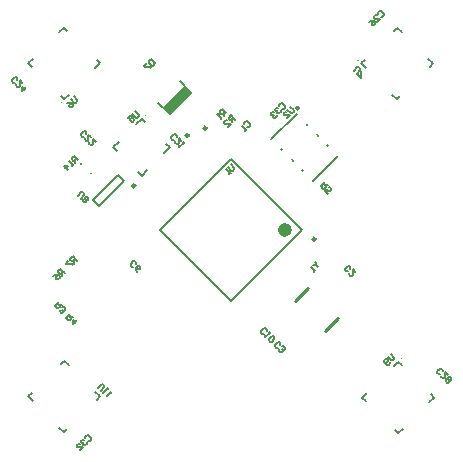
<source format=gbo>
G04 Layer_Color=32896*
%FSAX24Y24*%
%MOIN*%
G70*
G01*
G75*
%ADD33C,0.0100*%
%ADD56C,0.0098*%
%ADD60C,0.0079*%
%ADD61C,0.0050*%
%ADD106C,0.0039*%
%ADD107C,0.0236*%
G04:AMPARAMS|DCode=108|XSize=30.6mil|YSize=102.4mil|CornerRadius=0mil|HoleSize=0mil|Usage=FLASHONLY|Rotation=135.000|XOffset=0mil|YOffset=0mil|HoleType=Round|Shape=Rectangle|*
%AMROTATEDRECTD108*
4,1,4,0.0470,0.0254,-0.0254,-0.0470,-0.0470,-0.0254,0.0254,0.0470,0.0470,0.0254,0.0*
%
%ADD108ROTATEDRECTD108*%

D33*
X048850Y032147D02*
G03*
X048850Y032147I-000050J000000D01*
G01*
X052514Y033066D02*
G03*
X052514Y033066I-000039J000000D01*
G01*
X052385Y026645D02*
X052817Y027077D01*
X053411Y025620D02*
X053842Y026051D01*
D56*
X049449Y032396D02*
G03*
X049449Y032396I-000049J000000D01*
G01*
X047069Y030475D02*
G03*
X047069Y030475I-000049J000000D01*
G01*
X053083Y028694D02*
G03*
X053083Y028694I-000049J000000D01*
G01*
D60*
X043502Y023449D02*
X043658Y023293D01*
X044543Y022408D02*
X044699Y022252D01*
Y024646D02*
X044855Y024490D01*
X045740Y023605D02*
X045896Y023449D01*
X043502D02*
X043614Y023561D01*
X044588Y024535D02*
X044699Y024646D01*
Y022252D02*
X044811Y022364D01*
X045785Y023338D02*
X045896Y023449D01*
X055836Y022217D02*
X055992Y022373D01*
X056877Y023258D02*
X057033Y023414D01*
X054639D02*
X054795Y023570D01*
X055680Y024455D02*
X055836Y024611D01*
X055725Y022328D02*
X055836Y022217D01*
X054639Y023414D02*
X054750Y023303D01*
X056922Y023525D02*
X057033Y023414D01*
X055836Y024611D02*
X055947Y024500D01*
X056842Y034707D02*
X056998Y034551D01*
X055801Y035748D02*
X055957Y035592D01*
X055645Y033510D02*
X055801Y033354D01*
X054604Y034551D02*
X054760Y034395D01*
X056887Y034439D02*
X056998Y034551D01*
X055801Y033354D02*
X055912Y033465D01*
X055689Y035636D02*
X055801Y035748D01*
X054604Y034551D02*
X054715Y034662D01*
X044543Y035592D02*
X044699Y035748D01*
X043502Y034551D02*
X043658Y034707D01*
X045740Y034395D02*
X045896Y034551D01*
X044699Y033354D02*
X044855Y033510D01*
X044699Y035748D02*
X044811Y035636D01*
X045785Y034662D02*
X045896Y034551D01*
X043502D02*
X043614Y034439D01*
X044588Y033465D02*
X044699Y033354D01*
X053003Y030644D02*
X053838Y031479D01*
X051611Y032036D02*
X052446Y032871D01*
X053115Y032203D02*
X053170Y032147D01*
X052781Y032537D02*
X052808Y032509D01*
X053477Y031841D02*
X053504Y031813D01*
X052641Y031006D02*
X052669Y030978D01*
X052279Y031368D02*
X052335Y031312D01*
X051945Y031702D02*
X051973Y031674D01*
X048217Y032855D02*
X048940Y033579D01*
X047845Y033227D02*
X048217Y032855D01*
X048940Y033579D02*
X048940Y033579D01*
X048569Y033951D02*
X048940Y033579D01*
X047280Y030811D02*
X047462Y030994D01*
X048044Y031575D02*
X048227Y031758D01*
X046334D02*
X046516Y031940D01*
X047098Y032522D02*
X047280Y032704D01*
X047162Y030930D02*
X047280Y030811D01*
X046334Y031758D02*
X046452Y031639D01*
X048108Y031876D02*
X048227Y031758D01*
X047280Y032704D02*
X047398Y032586D01*
X046504Y030823D02*
X046699Y030628D01*
X045669Y029988D02*
X045864Y029793D01*
X046699Y030628D01*
X045669Y029988D02*
X046504Y030823D01*
X045581Y030884D02*
X045609Y030911D01*
X045275Y031190D02*
X045302Y031218D01*
X047884Y029000D02*
X050250Y026634D01*
Y031366D02*
X052616Y029000D01*
X047884D02*
X050250Y031366D01*
Y026634D02*
X052616Y029000D01*
D61*
X052230Y033101D02*
X052348Y032983D01*
Y032936D01*
X052301Y032889D01*
X052254Y032889D01*
X052136Y033007D01*
Y032724D02*
X052230Y032818D01*
X052041D01*
X052018Y032842D01*
Y032889D01*
X052065Y032936D01*
X052112Y032936D01*
X051876Y033125D02*
Y033172D01*
X051924Y033219D01*
X051971Y033219D01*
X052065Y033125D01*
Y033078D01*
X052018Y033031D01*
X051971Y033031D01*
X051829Y033078D02*
X051782Y033078D01*
X051735Y033031D01*
Y032983D01*
X051759Y032960D01*
X051806D01*
X051829Y032983D01*
X051806Y032960D01*
Y032913D01*
X051829Y032889D01*
X051876D01*
X051924Y032936D01*
Y032983D01*
X051688Y032936D02*
X051641D01*
X051594Y032889D01*
Y032842D01*
X051617Y032818D01*
X051664D01*
X051688Y032842D01*
X051664Y032818D01*
X051664Y032771D01*
X051688Y032748D01*
X051735Y032748D01*
X051782Y032795D01*
Y032842D01*
X050710Y032524D02*
Y032571D01*
X050757Y032618D01*
X050804Y032618D01*
X050898Y032524D01*
Y032477D01*
X050851Y032429D01*
X050804Y032429D01*
X050780Y032359D02*
X050733Y032312D01*
X050757Y032335D01*
X050615Y032477D01*
X050663Y032477D01*
X054151Y027621D02*
X054104D01*
X054057Y027668D01*
X054057Y027715D01*
X054151Y027810D01*
X054198D01*
X054245Y027763D01*
X054245Y027715D01*
X054410Y027598D02*
X054316Y027692D01*
Y027503D01*
X054292Y027480D01*
X054245D01*
X054198Y027527D01*
X054198Y027574D01*
X051817Y025076D02*
X051770D01*
X051723Y025123D01*
X051723Y025170D01*
X051817Y025264D01*
X051865D01*
X051912Y025217D01*
X051912Y025170D01*
X051865Y025029D02*
X051865Y024981D01*
X051912Y024934D01*
X051959D01*
X051982Y024958D01*
Y025005D01*
X051959Y025029D01*
X051982Y025005D01*
X052029D01*
X052053Y025029D01*
Y025076D01*
X052006Y025123D01*
X051959D01*
X047009Y027763D02*
X046962D01*
X046915Y027810D01*
X046915Y027857D01*
X047009Y027951D01*
X047056D01*
X047103Y027904D01*
X047103Y027857D01*
X047127Y027598D02*
X047103Y027668D01*
Y027763D01*
X047150Y027810D01*
X047198D01*
X047245Y027763D01*
Y027716D01*
X047221Y027692D01*
X047174D01*
X047103Y027763D01*
X051358Y025535D02*
X051311D01*
X051264Y025582D01*
X051264Y025629D01*
X051358Y025724D01*
X051405D01*
X051452Y025677D01*
X051452Y025629D01*
X051523Y025606D02*
X051570Y025559D01*
X051546Y025582D01*
X051405Y025441D01*
X051405Y025488D01*
X051523Y025370D02*
X051523Y025323D01*
X051570Y025276D01*
X051617D01*
X051711Y025370D01*
X051711Y025417D01*
X051664Y025465D01*
X051617D01*
X051523Y025370D01*
X048353Y032005D02*
X048305D01*
X048258Y032052D01*
X048258Y032100D01*
X048353Y032194D01*
X048400D01*
X048447Y032147D01*
X048447Y032100D01*
X048612Y031982D02*
X048518Y032076D01*
Y031887D01*
X048494Y031864D01*
X048447D01*
X048400Y031911D01*
X048400Y031958D01*
X048659Y031935D02*
X048706Y031887D01*
X048682Y031911D01*
X048541Y031770D01*
Y031817D01*
X045347Y032111D02*
X045300D01*
X045253Y032158D01*
X045253Y032206D01*
X045347Y032300D01*
X045395D01*
X045442Y032253D01*
X045442Y032206D01*
X045607Y032088D02*
X045512Y032182D01*
Y031994D01*
X045489Y031970D01*
X045442D01*
X045395Y032017D01*
X045395Y032064D01*
X045748Y031946D02*
X045654Y032041D01*
Y031852D01*
X045630Y031829D01*
X045583D01*
X045536Y031876D01*
Y031923D01*
X043049Y033914D02*
X043002D01*
X042955Y033962D01*
X042955Y034009D01*
X043049Y034103D01*
X043096D01*
X043144Y034056D01*
X043144Y034009D01*
X043308Y033891D02*
X043214Y033985D01*
Y033797D01*
X043191Y033773D01*
X043144D01*
X043096Y033820D01*
X043096Y033867D01*
X043426Y033773D02*
X043285Y033632D01*
Y033773D01*
X043379Y033679D01*
X055164Y036201D02*
Y036248D01*
X055212Y036295D01*
X055259Y036295D01*
X055353Y036201D01*
Y036154D01*
X055306Y036106D01*
X055259Y036106D01*
X055141Y035942D02*
X055235Y036036D01*
X055047D01*
X055023Y036059D01*
Y036106D01*
X055070Y036154D01*
X055117Y036154D01*
X054858Y035942D02*
X054929Y035965D01*
X055023D01*
X055070Y035918D01*
Y035871D01*
X055023Y035824D01*
X054976Y035824D01*
X054952Y035847D01*
X054952Y035894D01*
X055023Y035965D01*
X057227Y024192D02*
X057180D01*
X057133Y024239D01*
X057133Y024286D01*
X057227Y024380D01*
X057274D01*
X057321Y024333D01*
X057321Y024286D01*
X057486Y024168D02*
X057392Y024262D01*
Y024074D01*
X057368Y024050D01*
X057321D01*
X057274Y024097D01*
X057274Y024145D01*
X057510Y024097D02*
X057557D01*
X057604Y024050D01*
X057604Y024003D01*
X057510Y023909D01*
X057462D01*
X057415Y023956D01*
Y024003D01*
X057439Y024027D01*
X057486Y024027D01*
X057557Y023956D01*
X045406Y022059D02*
Y022106D01*
X045454Y022153D01*
X045501Y022153D01*
X045595Y022059D01*
Y022011D01*
X045548Y021964D01*
X045501Y021964D01*
X045359Y022011D02*
X045312Y022011D01*
X045265Y021964D01*
Y021917D01*
X045289Y021894D01*
X045336D01*
X045359Y021917D01*
X045336Y021894D01*
Y021846D01*
X045359Y021823D01*
X045406D01*
X045454Y021870D01*
Y021917D01*
X045241Y021658D02*
X045336Y021752D01*
X045147D01*
X045124Y021776D01*
Y021823D01*
X045171Y021870D01*
X045218D01*
X047598Y034692D02*
X047740Y034551D01*
X047669Y034480D01*
X047622Y034480D01*
X047528Y034574D01*
Y034621D01*
X047598Y034692D01*
X047457Y034551D02*
X047363Y034457D01*
X047386Y034433D01*
X047575D01*
X047598Y034409D01*
X050109Y032889D02*
X049967Y033030D01*
X049897Y032960D01*
Y032913D01*
X049944Y032866D01*
X049991Y032866D01*
X050061Y032936D01*
X050014Y032889D02*
Y032795D01*
X049967Y032748D02*
X049920Y032701D01*
X049944Y032724D01*
X049802Y032866D01*
X049849Y032866D01*
X050391Y032677D02*
X050250Y032818D01*
X050179Y032748D01*
Y032701D01*
X050226Y032653D01*
X050274Y032653D01*
X050344Y032724D01*
X050297Y032677D02*
Y032583D01*
X050156Y032441D02*
X050250Y032536D01*
X050062D01*
X050038Y032559D01*
Y032606D01*
X050085Y032653D01*
X050132Y032653D01*
X044522Y026596D02*
X044381Y026454D01*
X044452Y026384D01*
X044499D01*
X044546Y026431D01*
X044546Y026478D01*
X044475Y026549D01*
X044522Y026502D02*
X044617D01*
X044546Y026337D02*
X044546Y026290D01*
X044593Y026242D01*
X044640D01*
X044664Y026266D01*
Y026313D01*
X044640Y026337D01*
X044664Y026313D01*
X044711D01*
X044735Y026337D01*
Y026384D01*
X044687Y026431D01*
X044640D01*
X044911Y026207D02*
X044770Y026066D01*
X044841Y025995D01*
X044888D01*
X044935Y026042D01*
X044935Y026089D01*
X044864Y026160D01*
X044911Y026113D02*
X045006D01*
X045123Y025995D02*
X044982Y025853D01*
X044982Y025995D01*
X045076Y025901D01*
X053397Y030591D02*
X053255Y030450D01*
X053326Y030379D01*
X053373D01*
X053420Y030426D01*
X053420Y030473D01*
X053349Y030544D01*
X053397Y030497D02*
X053491D01*
Y030214D02*
X053397Y030308D01*
X053467Y030379D01*
X053491Y030308D01*
X053514Y030285D01*
X053562D01*
X053609Y030332D01*
Y030379D01*
X053562Y030426D01*
X053514D01*
X044718Y027570D02*
X044577Y027711D01*
X044506Y027640D01*
Y027593D01*
X044553Y027546D01*
X044601Y027546D01*
X044671Y027617D01*
X044624Y027570D02*
Y027475D01*
X044341D02*
X044412Y027499D01*
X044506D01*
X044553Y027452D01*
Y027405D01*
X044506Y027358D01*
X044459D01*
X044436Y027381D01*
Y027428D01*
X044506Y027499D01*
X045123Y027975D02*
X044982Y028116D01*
X044911Y028045D01*
Y027998D01*
X044959Y027951D01*
X045006Y027951D01*
X045076Y028022D01*
X045029Y027975D02*
Y027880D01*
X044841Y027975D02*
X044746Y027880D01*
X044770Y027857D01*
X044959D01*
X044982Y027833D01*
X045159Y031333D02*
X045017Y031475D01*
X044947Y031404D01*
Y031357D01*
X044994Y031310D01*
X045041Y031310D01*
X045112Y031381D01*
X045065Y031333D02*
Y031239D01*
X045017Y031192D02*
X044970Y031145D01*
X044994Y031169D01*
X044853Y031310D01*
X044900Y031310D01*
X044829Y031004D02*
X044688Y031145D01*
X044829D01*
X044735Y031051D01*
X050250Y031192D02*
X050368Y031074D01*
Y031027D01*
X050321Y030980D01*
X050274Y030980D01*
X050156Y031098D01*
X050250Y030909D02*
X050203Y030862D01*
X050226Y030886D01*
X050085Y031027D01*
X050132Y031027D01*
X047068Y032960D02*
X047186Y032842D01*
Y032795D01*
X047139Y032748D01*
X047092Y032748D01*
X046974Y032866D01*
X046832Y032724D02*
X046927Y032818D01*
X046997Y032748D01*
X046927Y032724D01*
X046903Y032701D01*
Y032653D01*
X046950Y032606D01*
X046997D01*
X047045Y032653D01*
Y032701D01*
X045017Y033455D02*
X045135Y033337D01*
Y033290D01*
X045088Y033243D01*
X045041Y033243D01*
X044923Y033360D01*
X044782Y033219D02*
X044853Y033243D01*
X044947D01*
X044994Y033196D01*
Y033148D01*
X044947Y033101D01*
X044900D01*
X044876Y033125D01*
Y033172D01*
X044947Y033243D01*
X054351Y034303D02*
X054469Y034421D01*
X054516D01*
X054563Y034374D01*
X054563Y034327D01*
X054446Y034209D01*
X054493Y034162D02*
X054587Y034068D01*
X054610Y034091D01*
Y034280D01*
X054634Y034303D01*
X045159Y030131D02*
X045277Y030249D01*
X045324D01*
X045371Y030202D01*
X045371Y030155D01*
X045253Y030037D01*
X045324Y030014D02*
X045324Y029966D01*
X045371Y029919D01*
X045418D01*
X045442Y029943D01*
Y029990D01*
X045489D01*
X045512Y030014D01*
Y030061D01*
X045465Y030108D01*
X045418D01*
X045395Y030084D01*
Y030037D01*
X045347D01*
X045324Y030014D01*
X045395Y030037D02*
X045442Y029990D01*
X055589Y024863D02*
X055707Y024746D01*
Y024698D01*
X055659Y024651D01*
X055612Y024651D01*
X055494Y024769D01*
X055565Y024604D02*
Y024557D01*
X055518Y024510D01*
X055471D01*
X055377Y024604D01*
Y024651D01*
X055424Y024698D01*
X055471Y024698D01*
X055494Y024675D01*
Y024628D01*
X055424Y024557D01*
X045831Y023732D02*
X045948Y023850D01*
X045996D01*
X046043Y023803D01*
X046043Y023756D01*
X045925Y023638D01*
X046113Y023732D02*
X046161Y023685D01*
X046137Y023709D01*
X045996Y023567D01*
X045996Y023614D01*
X046231D02*
X046278Y023567D01*
X046255Y023591D01*
X046113Y023449D01*
X046113Y023496D01*
X053078Y027939D02*
X053102Y027916D01*
Y027821D01*
X053008D01*
X052984Y027845D01*
X053102Y027821D02*
X053173Y027751D01*
X053078Y027657D02*
X053031Y027609D01*
X053055Y027633D01*
X052914Y027774D01*
X052961Y027774D01*
D106*
X046027Y023338D02*
G03*
X046027Y023338I-000020J000000D01*
G01*
X055967Y024722D02*
G03*
X055967Y024722I-000020J000000D01*
G01*
X054512Y034662D02*
G03*
X054512Y034662I-000020J000000D01*
G01*
X044608Y033242D02*
G03*
X044608Y033242I-000020J000000D01*
G01*
X047411Y032816D02*
G03*
X047411Y032816I-000020J000000D01*
G01*
D107*
X052178Y029000D02*
G03*
X052178Y029000I-000118J000000D01*
G01*
D108*
X048464Y033332D02*
D03*
M02*

</source>
